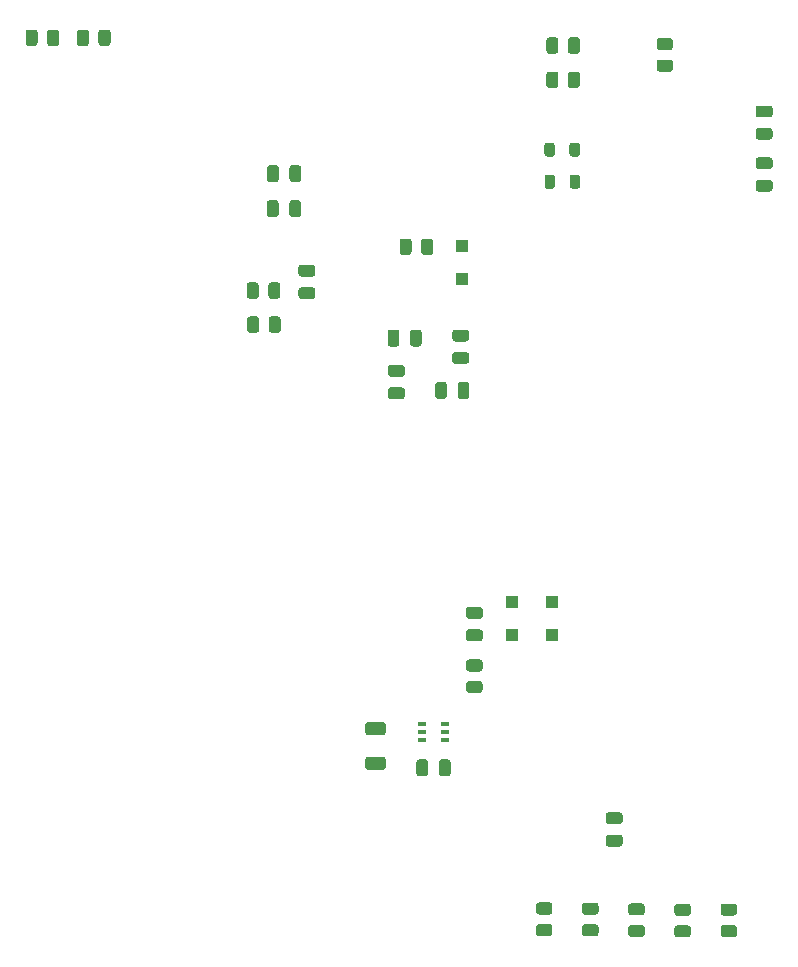
<source format=gbr>
%TF.GenerationSoftware,KiCad,Pcbnew,(5.1.9)-1*%
%TF.CreationDate,2021-04-03T20:31:08-05:00*%
%TF.ProjectId,IV Curve Tracer,49562043-7572-4766-9520-547261636572,1.1*%
%TF.SameCoordinates,Original*%
%TF.FileFunction,Paste,Bot*%
%TF.FilePolarity,Positive*%
%FSLAX46Y46*%
G04 Gerber Fmt 4.6, Leading zero omitted, Abs format (unit mm)*
G04 Created by KiCad (PCBNEW (5.1.9)-1) date 2021-04-03 20:31:08*
%MOMM*%
%LPD*%
G01*
G04 APERTURE LIST*
%ADD10R,0.700000X0.400000*%
%ADD11R,1.100000X1.100000*%
G04 APERTURE END LIST*
%TO.C,C4*%
G36*
G01*
X52080000Y-34465000D02*
X52080000Y-35415000D01*
G75*
G02*
X51830000Y-35665000I-250000J0D01*
G01*
X51330000Y-35665000D01*
G75*
G02*
X51080000Y-35415000I0J250000D01*
G01*
X51080000Y-34465000D01*
G75*
G02*
X51330000Y-34215000I250000J0D01*
G01*
X51830000Y-34215000D01*
G75*
G02*
X52080000Y-34465000I0J-250000D01*
G01*
G37*
G36*
G01*
X53980000Y-34465000D02*
X53980000Y-35415000D01*
G75*
G02*
X53730000Y-35665000I-250000J0D01*
G01*
X53230000Y-35665000D01*
G75*
G02*
X52980000Y-35415000I0J250000D01*
G01*
X52980000Y-34465000D01*
G75*
G02*
X53230000Y-34215000I250000J0D01*
G01*
X53730000Y-34215000D01*
G75*
G02*
X53980000Y-34465000I0J-250000D01*
G01*
G37*
%TD*%
D10*
%TO.C,U2*%
X64220000Y-82210000D03*
X64220000Y-81560000D03*
X64220000Y-82860000D03*
X66120000Y-82860000D03*
X66120000Y-82210000D03*
X66120000Y-81560000D03*
%TD*%
%TO.C,R7*%
G36*
G01*
X68179999Y-77890000D02*
X69080001Y-77890000D01*
G75*
G02*
X69330000Y-78139999I0J-249999D01*
G01*
X69330000Y-78665001D01*
G75*
G02*
X69080001Y-78915000I-249999J0D01*
G01*
X68179999Y-78915000D01*
G75*
G02*
X67930000Y-78665001I0J249999D01*
G01*
X67930000Y-78139999D01*
G75*
G02*
X68179999Y-77890000I249999J0D01*
G01*
G37*
G36*
G01*
X68179999Y-76065000D02*
X69080001Y-76065000D01*
G75*
G02*
X69330000Y-76314999I0J-249999D01*
G01*
X69330000Y-76840001D01*
G75*
G02*
X69080001Y-77090000I-249999J0D01*
G01*
X68179999Y-77090000D01*
G75*
G02*
X67930000Y-76840001I0J249999D01*
G01*
X67930000Y-76314999D01*
G75*
G02*
X68179999Y-76065000I249999J0D01*
G01*
G37*
%TD*%
%TO.C,R6*%
G36*
G01*
X60895001Y-82490000D02*
X59644999Y-82490000D01*
G75*
G02*
X59395000Y-82240001I0J249999D01*
G01*
X59395000Y-81614999D01*
G75*
G02*
X59644999Y-81365000I249999J0D01*
G01*
X60895001Y-81365000D01*
G75*
G02*
X61145000Y-81614999I0J-249999D01*
G01*
X61145000Y-82240001D01*
G75*
G02*
X60895001Y-82490000I-249999J0D01*
G01*
G37*
G36*
G01*
X60895001Y-85415000D02*
X59644999Y-85415000D01*
G75*
G02*
X59395000Y-85165001I0J249999D01*
G01*
X59395000Y-84539999D01*
G75*
G02*
X59644999Y-84290000I249999J0D01*
G01*
X60895001Y-84290000D01*
G75*
G02*
X61145000Y-84539999I0J-249999D01*
G01*
X61145000Y-85165001D01*
G75*
G02*
X60895001Y-85415000I-249999J0D01*
G01*
G37*
%TD*%
D11*
%TO.C,D3*%
X67620000Y-43860000D03*
X67620000Y-41060000D03*
%TD*%
%TO.C,D2*%
X71790000Y-71230000D03*
X71790000Y-74030000D03*
%TD*%
%TO.C,D1*%
X75170000Y-71225000D03*
X75170000Y-74025000D03*
%TD*%
%TO.C,C3*%
G36*
G01*
X69115000Y-72620000D02*
X68165000Y-72620000D01*
G75*
G02*
X67915000Y-72370000I0J250000D01*
G01*
X67915000Y-71870000D01*
G75*
G02*
X68165000Y-71620000I250000J0D01*
G01*
X69115000Y-71620000D01*
G75*
G02*
X69365000Y-71870000I0J-250000D01*
G01*
X69365000Y-72370000D01*
G75*
G02*
X69115000Y-72620000I-250000J0D01*
G01*
G37*
G36*
G01*
X69115000Y-74520000D02*
X68165000Y-74520000D01*
G75*
G02*
X67915000Y-74270000I0J250000D01*
G01*
X67915000Y-73770000D01*
G75*
G02*
X68165000Y-73520000I250000J0D01*
G01*
X69115000Y-73520000D01*
G75*
G02*
X69365000Y-73770000I0J-250000D01*
G01*
X69365000Y-74270000D01*
G75*
G02*
X69115000Y-74520000I-250000J0D01*
G01*
G37*
%TD*%
%TO.C,C2*%
G36*
G01*
X65630000Y-85725000D02*
X65630000Y-84775000D01*
G75*
G02*
X65880000Y-84525000I250000J0D01*
G01*
X66380000Y-84525000D01*
G75*
G02*
X66630000Y-84775000I0J-250000D01*
G01*
X66630000Y-85725000D01*
G75*
G02*
X66380000Y-85975000I-250000J0D01*
G01*
X65880000Y-85975000D01*
G75*
G02*
X65630000Y-85725000I0J250000D01*
G01*
G37*
G36*
G01*
X63730000Y-85725000D02*
X63730000Y-84775000D01*
G75*
G02*
X63980000Y-84525000I250000J0D01*
G01*
X64480000Y-84525000D01*
G75*
G02*
X64730000Y-84775000I0J-250000D01*
G01*
X64730000Y-85725000D01*
G75*
G02*
X64480000Y-85975000I-250000J0D01*
G01*
X63980000Y-85975000D01*
G75*
G02*
X63730000Y-85725000I0J250000D01*
G01*
G37*
%TD*%
%TO.C,C5*%
G36*
G01*
X52070000Y-37425000D02*
X52070000Y-38375000D01*
G75*
G02*
X51820000Y-38625000I-250000J0D01*
G01*
X51320000Y-38625000D01*
G75*
G02*
X51070000Y-38375000I0J250000D01*
G01*
X51070000Y-37425000D01*
G75*
G02*
X51320000Y-37175000I250000J0D01*
G01*
X51820000Y-37175000D01*
G75*
G02*
X52070000Y-37425000I0J-250000D01*
G01*
G37*
G36*
G01*
X53970000Y-37425000D02*
X53970000Y-38375000D01*
G75*
G02*
X53720000Y-38625000I-250000J0D01*
G01*
X53220000Y-38625000D01*
G75*
G02*
X52970000Y-38375000I0J250000D01*
G01*
X52970000Y-37425000D01*
G75*
G02*
X53220000Y-37175000I250000J0D01*
G01*
X53720000Y-37175000D01*
G75*
G02*
X53970000Y-37425000I0J-250000D01*
G01*
G37*
%TD*%
%TO.C,C1*%
G36*
G01*
X79995000Y-89010000D02*
X80945000Y-89010000D01*
G75*
G02*
X81195000Y-89260000I0J-250000D01*
G01*
X81195000Y-89760000D01*
G75*
G02*
X80945000Y-90010000I-250000J0D01*
G01*
X79995000Y-90010000D01*
G75*
G02*
X79745000Y-89760000I0J250000D01*
G01*
X79745000Y-89260000D01*
G75*
G02*
X79995000Y-89010000I250000J0D01*
G01*
G37*
G36*
G01*
X79995000Y-90910000D02*
X80945000Y-90910000D01*
G75*
G02*
X81195000Y-91160000I0J-250000D01*
G01*
X81195000Y-91660000D01*
G75*
G02*
X80945000Y-91910000I-250000J0D01*
G01*
X79995000Y-91910000D01*
G75*
G02*
X79745000Y-91660000I0J250000D01*
G01*
X79745000Y-91160000D01*
G75*
G02*
X79995000Y-90910000I250000J0D01*
G01*
G37*
%TD*%
%TO.C,R19*%
G36*
G01*
X75750000Y-23639999D02*
X75750000Y-24540001D01*
G75*
G02*
X75500001Y-24790000I-249999J0D01*
G01*
X74974999Y-24790000D01*
G75*
G02*
X74725000Y-24540001I0J249999D01*
G01*
X74725000Y-23639999D01*
G75*
G02*
X74974999Y-23390000I249999J0D01*
G01*
X75500001Y-23390000D01*
G75*
G02*
X75750000Y-23639999I0J-249999D01*
G01*
G37*
G36*
G01*
X77575000Y-23639999D02*
X77575000Y-24540001D01*
G75*
G02*
X77325001Y-24790000I-249999J0D01*
G01*
X76799999Y-24790000D01*
G75*
G02*
X76550000Y-24540001I0J249999D01*
G01*
X76550000Y-23639999D01*
G75*
G02*
X76799999Y-23390000I249999J0D01*
G01*
X77325001Y-23390000D01*
G75*
G02*
X77575000Y-23639999I0J-249999D01*
G01*
G37*
%TD*%
%TO.C,R18*%
G36*
G01*
X76550000Y-27440001D02*
X76550000Y-26539999D01*
G75*
G02*
X76799999Y-26290000I249999J0D01*
G01*
X77325001Y-26290000D01*
G75*
G02*
X77575000Y-26539999I0J-249999D01*
G01*
X77575000Y-27440001D01*
G75*
G02*
X77325001Y-27690000I-249999J0D01*
G01*
X76799999Y-27690000D01*
G75*
G02*
X76550000Y-27440001I0J249999D01*
G01*
G37*
G36*
G01*
X74725000Y-27440001D02*
X74725000Y-26539999D01*
G75*
G02*
X74974999Y-26290000I249999J0D01*
G01*
X75500001Y-26290000D01*
G75*
G02*
X75750000Y-26539999I0J-249999D01*
G01*
X75750000Y-27440001D01*
G75*
G02*
X75500001Y-27690000I-249999J0D01*
G01*
X74974999Y-27690000D01*
G75*
G02*
X74725000Y-27440001I0J249999D01*
G01*
G37*
%TD*%
%TO.C,R17*%
G36*
G01*
X84309999Y-25277500D02*
X85210001Y-25277500D01*
G75*
G02*
X85460000Y-25527499I0J-249999D01*
G01*
X85460000Y-26052501D01*
G75*
G02*
X85210001Y-26302500I-249999J0D01*
G01*
X84309999Y-26302500D01*
G75*
G02*
X84060000Y-26052501I0J249999D01*
G01*
X84060000Y-25527499D01*
G75*
G02*
X84309999Y-25277500I249999J0D01*
G01*
G37*
G36*
G01*
X84309999Y-23452500D02*
X85210001Y-23452500D01*
G75*
G02*
X85460000Y-23702499I0J-249999D01*
G01*
X85460000Y-24227501D01*
G75*
G02*
X85210001Y-24477500I-249999J0D01*
G01*
X84309999Y-24477500D01*
G75*
G02*
X84060000Y-24227501I0J249999D01*
G01*
X84060000Y-23702499D01*
G75*
G02*
X84309999Y-23452500I249999J0D01*
G01*
G37*
%TD*%
%TO.C,R16*%
G36*
G01*
X36812500Y-23890001D02*
X36812500Y-22989999D01*
G75*
G02*
X37062499Y-22740000I249999J0D01*
G01*
X37587501Y-22740000D01*
G75*
G02*
X37837500Y-22989999I0J-249999D01*
G01*
X37837500Y-23890001D01*
G75*
G02*
X37587501Y-24140000I-249999J0D01*
G01*
X37062499Y-24140000D01*
G75*
G02*
X36812500Y-23890001I0J249999D01*
G01*
G37*
G36*
G01*
X34987500Y-23890001D02*
X34987500Y-22989999D01*
G75*
G02*
X35237499Y-22740000I249999J0D01*
G01*
X35762501Y-22740000D01*
G75*
G02*
X36012500Y-22989999I0J-249999D01*
G01*
X36012500Y-23890001D01*
G75*
G02*
X35762501Y-24140000I-249999J0D01*
G01*
X35237499Y-24140000D01*
G75*
G02*
X34987500Y-23890001I0J249999D01*
G01*
G37*
%TD*%
%TO.C,R15*%
G36*
G01*
X32460000Y-23890001D02*
X32460000Y-22989999D01*
G75*
G02*
X32709999Y-22740000I249999J0D01*
G01*
X33235001Y-22740000D01*
G75*
G02*
X33485000Y-22989999I0J-249999D01*
G01*
X33485000Y-23890001D01*
G75*
G02*
X33235001Y-24140000I-249999J0D01*
G01*
X32709999Y-24140000D01*
G75*
G02*
X32460000Y-23890001I0J249999D01*
G01*
G37*
G36*
G01*
X30635000Y-23890001D02*
X30635000Y-22989999D01*
G75*
G02*
X30884999Y-22740000I249999J0D01*
G01*
X31410001Y-22740000D01*
G75*
G02*
X31660000Y-22989999I0J-249999D01*
G01*
X31660000Y-23890001D01*
G75*
G02*
X31410001Y-24140000I-249999J0D01*
G01*
X30884999Y-24140000D01*
G75*
G02*
X30635000Y-23890001I0J249999D01*
G01*
G37*
%TD*%
%TO.C,R12*%
G36*
G01*
X49365000Y-45290001D02*
X49365000Y-44389999D01*
G75*
G02*
X49614999Y-44140000I249999J0D01*
G01*
X50140001Y-44140000D01*
G75*
G02*
X50390000Y-44389999I0J-249999D01*
G01*
X50390000Y-45290001D01*
G75*
G02*
X50140001Y-45540000I-249999J0D01*
G01*
X49614999Y-45540000D01*
G75*
G02*
X49365000Y-45290001I0J249999D01*
G01*
G37*
G36*
G01*
X51190000Y-45290001D02*
X51190000Y-44389999D01*
G75*
G02*
X51439999Y-44140000I249999J0D01*
G01*
X51965001Y-44140000D01*
G75*
G02*
X52215000Y-44389999I0J-249999D01*
G01*
X52215000Y-45290001D01*
G75*
G02*
X51965001Y-45540000I-249999J0D01*
G01*
X51439999Y-45540000D01*
G75*
G02*
X51190000Y-45290001I0J249999D01*
G01*
G37*
%TD*%
%TO.C,R11*%
G36*
G01*
X52247500Y-47269999D02*
X52247500Y-48170001D01*
G75*
G02*
X51997501Y-48420000I-249999J0D01*
G01*
X51472499Y-48420000D01*
G75*
G02*
X51222500Y-48170001I0J249999D01*
G01*
X51222500Y-47269999D01*
G75*
G02*
X51472499Y-47020000I249999J0D01*
G01*
X51997501Y-47020000D01*
G75*
G02*
X52247500Y-47269999I0J-249999D01*
G01*
G37*
G36*
G01*
X50422500Y-47269999D02*
X50422500Y-48170001D01*
G75*
G02*
X50172501Y-48420000I-249999J0D01*
G01*
X49647499Y-48420000D01*
G75*
G02*
X49397500Y-48170001I0J249999D01*
G01*
X49397500Y-47269999D01*
G75*
G02*
X49647499Y-47020000I249999J0D01*
G01*
X50172501Y-47020000D01*
G75*
G02*
X50422500Y-47269999I0J-249999D01*
G01*
G37*
%TD*%
%TO.C,R9*%
G36*
G01*
X64127500Y-41580001D02*
X64127500Y-40679999D01*
G75*
G02*
X64377499Y-40430000I249999J0D01*
G01*
X64902501Y-40430000D01*
G75*
G02*
X65152500Y-40679999I0J-249999D01*
G01*
X65152500Y-41580001D01*
G75*
G02*
X64902501Y-41830000I-249999J0D01*
G01*
X64377499Y-41830000D01*
G75*
G02*
X64127500Y-41580001I0J249999D01*
G01*
G37*
G36*
G01*
X62302500Y-41580001D02*
X62302500Y-40679999D01*
G75*
G02*
X62552499Y-40430000I249999J0D01*
G01*
X63077501Y-40430000D01*
G75*
G02*
X63327500Y-40679999I0J-249999D01*
G01*
X63327500Y-41580001D01*
G75*
G02*
X63077501Y-41830000I-249999J0D01*
G01*
X62552499Y-41830000D01*
G75*
G02*
X62302500Y-41580001I0J249999D01*
G01*
G37*
%TD*%
%TO.C,R5*%
G36*
G01*
X90630001Y-97757500D02*
X89729999Y-97757500D01*
G75*
G02*
X89480000Y-97507501I0J249999D01*
G01*
X89480000Y-96982499D01*
G75*
G02*
X89729999Y-96732500I249999J0D01*
G01*
X90630001Y-96732500D01*
G75*
G02*
X90880000Y-96982499I0J-249999D01*
G01*
X90880000Y-97507501D01*
G75*
G02*
X90630001Y-97757500I-249999J0D01*
G01*
G37*
G36*
G01*
X90630001Y-99582500D02*
X89729999Y-99582500D01*
G75*
G02*
X89480000Y-99332501I0J249999D01*
G01*
X89480000Y-98807499D01*
G75*
G02*
X89729999Y-98557500I249999J0D01*
G01*
X90630001Y-98557500D01*
G75*
G02*
X90880000Y-98807499I0J-249999D01*
G01*
X90880000Y-99332501D01*
G75*
G02*
X90630001Y-99582500I-249999J0D01*
G01*
G37*
%TD*%
%TO.C,R4*%
G36*
G01*
X82810001Y-97742500D02*
X81909999Y-97742500D01*
G75*
G02*
X81660000Y-97492501I0J249999D01*
G01*
X81660000Y-96967499D01*
G75*
G02*
X81909999Y-96717500I249999J0D01*
G01*
X82810001Y-96717500D01*
G75*
G02*
X83060000Y-96967499I0J-249999D01*
G01*
X83060000Y-97492501D01*
G75*
G02*
X82810001Y-97742500I-249999J0D01*
G01*
G37*
G36*
G01*
X82810001Y-99567500D02*
X81909999Y-99567500D01*
G75*
G02*
X81660000Y-99317501I0J249999D01*
G01*
X81660000Y-98792499D01*
G75*
G02*
X81909999Y-98542500I249999J0D01*
G01*
X82810001Y-98542500D01*
G75*
G02*
X83060000Y-98792499I0J-249999D01*
G01*
X83060000Y-99317501D01*
G75*
G02*
X82810001Y-99567500I-249999J0D01*
G01*
G37*
%TD*%
%TO.C,R3*%
G36*
G01*
X86720001Y-97782500D02*
X85819999Y-97782500D01*
G75*
G02*
X85570000Y-97532501I0J249999D01*
G01*
X85570000Y-97007499D01*
G75*
G02*
X85819999Y-96757500I249999J0D01*
G01*
X86720001Y-96757500D01*
G75*
G02*
X86970000Y-97007499I0J-249999D01*
G01*
X86970000Y-97532501D01*
G75*
G02*
X86720001Y-97782500I-249999J0D01*
G01*
G37*
G36*
G01*
X86720001Y-99607500D02*
X85819999Y-99607500D01*
G75*
G02*
X85570000Y-99357501I0J249999D01*
G01*
X85570000Y-98832499D01*
G75*
G02*
X85819999Y-98582500I249999J0D01*
G01*
X86720001Y-98582500D01*
G75*
G02*
X86970000Y-98832499I0J-249999D01*
G01*
X86970000Y-99357501D01*
G75*
G02*
X86720001Y-99607500I-249999J0D01*
G01*
G37*
%TD*%
%TO.C,R2*%
G36*
G01*
X78900001Y-97687500D02*
X77999999Y-97687500D01*
G75*
G02*
X77750000Y-97437501I0J249999D01*
G01*
X77750000Y-96912499D01*
G75*
G02*
X77999999Y-96662500I249999J0D01*
G01*
X78900001Y-96662500D01*
G75*
G02*
X79150000Y-96912499I0J-249999D01*
G01*
X79150000Y-97437501D01*
G75*
G02*
X78900001Y-97687500I-249999J0D01*
G01*
G37*
G36*
G01*
X78900001Y-99512500D02*
X77999999Y-99512500D01*
G75*
G02*
X77750000Y-99262501I0J249999D01*
G01*
X77750000Y-98737499D01*
G75*
G02*
X77999999Y-98487500I249999J0D01*
G01*
X78900001Y-98487500D01*
G75*
G02*
X79150000Y-98737499I0J-249999D01*
G01*
X79150000Y-99262501D01*
G75*
G02*
X78900001Y-99512500I-249999J0D01*
G01*
G37*
%TD*%
%TO.C,R1*%
G36*
G01*
X75000001Y-97670000D02*
X74099999Y-97670000D01*
G75*
G02*
X73850000Y-97420001I0J249999D01*
G01*
X73850000Y-96894999D01*
G75*
G02*
X74099999Y-96645000I249999J0D01*
G01*
X75000001Y-96645000D01*
G75*
G02*
X75250000Y-96894999I0J-249999D01*
G01*
X75250000Y-97420001D01*
G75*
G02*
X75000001Y-97670000I-249999J0D01*
G01*
G37*
G36*
G01*
X75000001Y-99495000D02*
X74099999Y-99495000D01*
G75*
G02*
X73850000Y-99245001I0J249999D01*
G01*
X73850000Y-98719999D01*
G75*
G02*
X74099999Y-98470000I249999J0D01*
G01*
X75000001Y-98470000D01*
G75*
G02*
X75250000Y-98719999I0J-249999D01*
G01*
X75250000Y-99245001D01*
G75*
G02*
X75000001Y-99495000I-249999J0D01*
G01*
G37*
%TD*%
%TO.C,L2*%
G36*
G01*
X76692500Y-33281250D02*
X76692500Y-32518750D01*
G75*
G02*
X76911250Y-32300000I218750J0D01*
G01*
X77348750Y-32300000D01*
G75*
G02*
X77567500Y-32518750I0J-218750D01*
G01*
X77567500Y-33281250D01*
G75*
G02*
X77348750Y-33500000I-218750J0D01*
G01*
X76911250Y-33500000D01*
G75*
G02*
X76692500Y-33281250I0J218750D01*
G01*
G37*
G36*
G01*
X74567500Y-33281250D02*
X74567500Y-32518750D01*
G75*
G02*
X74786250Y-32300000I218750J0D01*
G01*
X75223750Y-32300000D01*
G75*
G02*
X75442500Y-32518750I0J-218750D01*
G01*
X75442500Y-33281250D01*
G75*
G02*
X75223750Y-33500000I-218750J0D01*
G01*
X74786250Y-33500000D01*
G75*
G02*
X74567500Y-33281250I0J218750D01*
G01*
G37*
%TD*%
%TO.C,L1*%
G36*
G01*
X76715000Y-36001250D02*
X76715000Y-35238750D01*
G75*
G02*
X76933750Y-35020000I218750J0D01*
G01*
X77371250Y-35020000D01*
G75*
G02*
X77590000Y-35238750I0J-218750D01*
G01*
X77590000Y-36001250D01*
G75*
G02*
X77371250Y-36220000I-218750J0D01*
G01*
X76933750Y-36220000D01*
G75*
G02*
X76715000Y-36001250I0J218750D01*
G01*
G37*
G36*
G01*
X74590000Y-36001250D02*
X74590000Y-35238750D01*
G75*
G02*
X74808750Y-35020000I218750J0D01*
G01*
X75246250Y-35020000D01*
G75*
G02*
X75465000Y-35238750I0J-218750D01*
G01*
X75465000Y-36001250D01*
G75*
G02*
X75246250Y-36220000I-218750J0D01*
G01*
X74808750Y-36220000D01*
G75*
G02*
X74590000Y-36001250I0J218750D01*
G01*
G37*
%TD*%
%TO.C,C15*%
G36*
G01*
X93645000Y-30170000D02*
X92695000Y-30170000D01*
G75*
G02*
X92445000Y-29920000I0J250000D01*
G01*
X92445000Y-29420000D01*
G75*
G02*
X92695000Y-29170000I250000J0D01*
G01*
X93645000Y-29170000D01*
G75*
G02*
X93895000Y-29420000I0J-250000D01*
G01*
X93895000Y-29920000D01*
G75*
G02*
X93645000Y-30170000I-250000J0D01*
G01*
G37*
G36*
G01*
X93645000Y-32070000D02*
X92695000Y-32070000D01*
G75*
G02*
X92445000Y-31820000I0J250000D01*
G01*
X92445000Y-31320000D01*
G75*
G02*
X92695000Y-31070000I250000J0D01*
G01*
X93645000Y-31070000D01*
G75*
G02*
X93895000Y-31320000I0J-250000D01*
G01*
X93895000Y-31820000D01*
G75*
G02*
X93645000Y-32070000I-250000J0D01*
G01*
G37*
%TD*%
%TO.C,C13*%
G36*
G01*
X92695000Y-35460000D02*
X93645000Y-35460000D01*
G75*
G02*
X93895000Y-35710000I0J-250000D01*
G01*
X93895000Y-36210000D01*
G75*
G02*
X93645000Y-36460000I-250000J0D01*
G01*
X92695000Y-36460000D01*
G75*
G02*
X92445000Y-36210000I0J250000D01*
G01*
X92445000Y-35710000D01*
G75*
G02*
X92695000Y-35460000I250000J0D01*
G01*
G37*
G36*
G01*
X92695000Y-33560000D02*
X93645000Y-33560000D01*
G75*
G02*
X93895000Y-33810000I0J-250000D01*
G01*
X93895000Y-34310000D01*
G75*
G02*
X93645000Y-34560000I-250000J0D01*
G01*
X92695000Y-34560000D01*
G75*
G02*
X92445000Y-34310000I0J250000D01*
G01*
X92445000Y-33810000D01*
G75*
G02*
X92695000Y-33560000I250000J0D01*
G01*
G37*
%TD*%
%TO.C,C11*%
G36*
G01*
X61290000Y-49335000D02*
X61290000Y-48385000D01*
G75*
G02*
X61540000Y-48135000I250000J0D01*
G01*
X62040000Y-48135000D01*
G75*
G02*
X62290000Y-48385000I0J-250000D01*
G01*
X62290000Y-49335000D01*
G75*
G02*
X62040000Y-49585000I-250000J0D01*
G01*
X61540000Y-49585000D01*
G75*
G02*
X61290000Y-49335000I0J250000D01*
G01*
G37*
G36*
G01*
X63190000Y-49335000D02*
X63190000Y-48385000D01*
G75*
G02*
X63440000Y-48135000I250000J0D01*
G01*
X63940000Y-48135000D01*
G75*
G02*
X64190000Y-48385000I0J-250000D01*
G01*
X64190000Y-49335000D01*
G75*
G02*
X63940000Y-49585000I-250000J0D01*
G01*
X63440000Y-49585000D01*
G75*
G02*
X63190000Y-49335000I0J250000D01*
G01*
G37*
%TD*%
%TO.C,C10*%
G36*
G01*
X62515000Y-54030000D02*
X61565000Y-54030000D01*
G75*
G02*
X61315000Y-53780000I0J250000D01*
G01*
X61315000Y-53280000D01*
G75*
G02*
X61565000Y-53030000I250000J0D01*
G01*
X62515000Y-53030000D01*
G75*
G02*
X62765000Y-53280000I0J-250000D01*
G01*
X62765000Y-53780000D01*
G75*
G02*
X62515000Y-54030000I-250000J0D01*
G01*
G37*
G36*
G01*
X62515000Y-52130000D02*
X61565000Y-52130000D01*
G75*
G02*
X61315000Y-51880000I0J250000D01*
G01*
X61315000Y-51380000D01*
G75*
G02*
X61565000Y-51130000I250000J0D01*
G01*
X62515000Y-51130000D01*
G75*
G02*
X62765000Y-51380000I0J-250000D01*
G01*
X62765000Y-51880000D01*
G75*
G02*
X62515000Y-52130000I-250000J0D01*
G01*
G37*
%TD*%
%TO.C,C9*%
G36*
G01*
X68220000Y-52815000D02*
X68220000Y-53765000D01*
G75*
G02*
X67970000Y-54015000I-250000J0D01*
G01*
X67470000Y-54015000D01*
G75*
G02*
X67220000Y-53765000I0J250000D01*
G01*
X67220000Y-52815000D01*
G75*
G02*
X67470000Y-52565000I250000J0D01*
G01*
X67970000Y-52565000D01*
G75*
G02*
X68220000Y-52815000I0J-250000D01*
G01*
G37*
G36*
G01*
X66320000Y-52815000D02*
X66320000Y-53765000D01*
G75*
G02*
X66070000Y-54015000I-250000J0D01*
G01*
X65570000Y-54015000D01*
G75*
G02*
X65320000Y-53765000I0J250000D01*
G01*
X65320000Y-52815000D01*
G75*
G02*
X65570000Y-52565000I250000J0D01*
G01*
X66070000Y-52565000D01*
G75*
G02*
X66320000Y-52815000I0J-250000D01*
G01*
G37*
%TD*%
%TO.C,C8*%
G36*
G01*
X67005000Y-48150000D02*
X67955000Y-48150000D01*
G75*
G02*
X68205000Y-48400000I0J-250000D01*
G01*
X68205000Y-48900000D01*
G75*
G02*
X67955000Y-49150000I-250000J0D01*
G01*
X67005000Y-49150000D01*
G75*
G02*
X66755000Y-48900000I0J250000D01*
G01*
X66755000Y-48400000D01*
G75*
G02*
X67005000Y-48150000I250000J0D01*
G01*
G37*
G36*
G01*
X67005000Y-50050000D02*
X67955000Y-50050000D01*
G75*
G02*
X68205000Y-50300000I0J-250000D01*
G01*
X68205000Y-50800000D01*
G75*
G02*
X67955000Y-51050000I-250000J0D01*
G01*
X67005000Y-51050000D01*
G75*
G02*
X66755000Y-50800000I0J250000D01*
G01*
X66755000Y-50300000D01*
G75*
G02*
X67005000Y-50050000I250000J0D01*
G01*
G37*
%TD*%
%TO.C,C7*%
G36*
G01*
X53985000Y-44550000D02*
X54935000Y-44550000D01*
G75*
G02*
X55185000Y-44800000I0J-250000D01*
G01*
X55185000Y-45300000D01*
G75*
G02*
X54935000Y-45550000I-250000J0D01*
G01*
X53985000Y-45550000D01*
G75*
G02*
X53735000Y-45300000I0J250000D01*
G01*
X53735000Y-44800000D01*
G75*
G02*
X53985000Y-44550000I250000J0D01*
G01*
G37*
G36*
G01*
X53985000Y-42650000D02*
X54935000Y-42650000D01*
G75*
G02*
X55185000Y-42900000I0J-250000D01*
G01*
X55185000Y-43400000D01*
G75*
G02*
X54935000Y-43650000I-250000J0D01*
G01*
X53985000Y-43650000D01*
G75*
G02*
X53735000Y-43400000I0J250000D01*
G01*
X53735000Y-42900000D01*
G75*
G02*
X53985000Y-42650000I250000J0D01*
G01*
G37*
%TD*%
M02*

</source>
